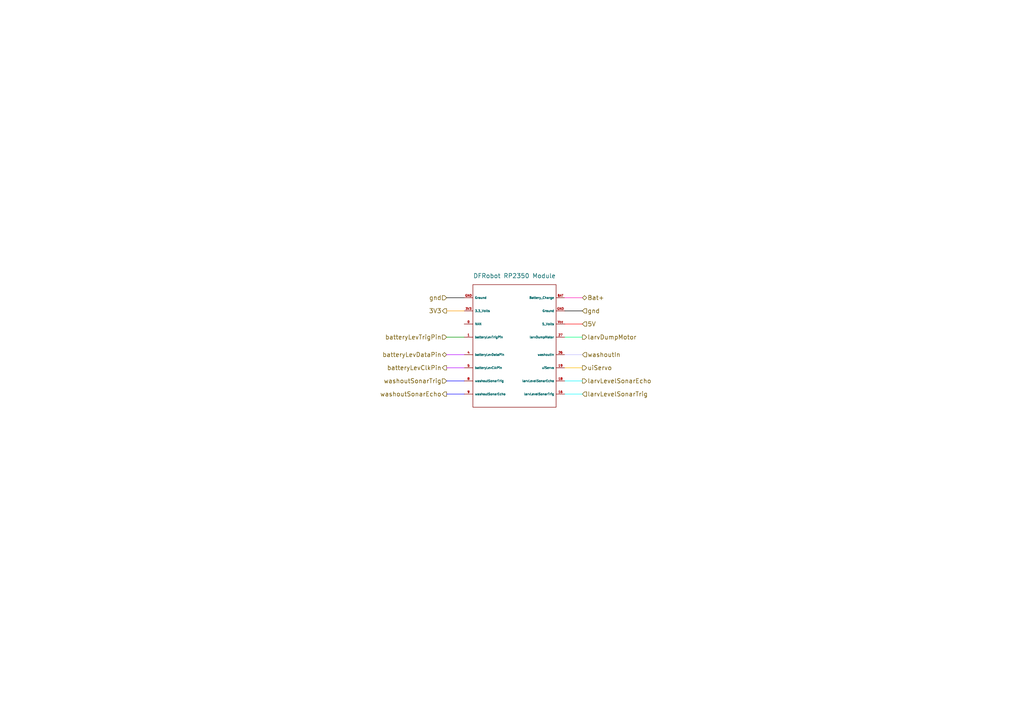
<source format=kicad_sch>
(kicad_sch (version 20250114) (generator "eeschema") (generator_version "9.0")
  (paper "A4")
  (lib_symbols
    (symbol "custom_symbols:rp2350_beetle_module"
      (property "Value" "DFRobot RP2350 Module" (at 12.192 1.524 0))
      (symbol "rp2350_beetle_module_0_1"
        (rectangle (start 0 0) (end 24.13 -35.56))
      )
      (symbol "rp2350_beetle_module_1_1"
        (pin passive line (at -2.54 -3.81 0) (length 2.54) (name "Ground") (number "GND"))
        (pin output line (at -2.54 -7.62 0) (length 2.54) (name "3.3_Volts") (number "3V3"))
        (pin free line (at -2.54 -11.43 0) (length 2.54) (name "NAN") (number "0"))
        (pin input line (at -2.54 -15.24 0) (length 2.54) (name "batteryLevTrigPin") (number "1"))
        (pin bidirectional line (at -2.54 -20.32 0) (length 2.54) (name "batteryLevDataPin") (number "4"))
        (pin passive line (at -2.54 -24.13 0) (length 2.54) (name "batteryLevClkPin") (number "5"))
        (pin output line (at -2.54 -27.94 0) (length 2.54) (name "washoutSonarTrig") (number "8"))
        (pin input line (at -2.54 -31.75 0) (length 2.54) (name "washoutSonarEcho") (number "9"))
        (pin bidirectional line (at 26.67 -3.81 180) (length 2.54) (name "Battery_Charge") (number "BAT"))
        (pin passive line (at 26.67 -7.62 180) (length 2.54) (name "Ground") (number "GND"))
        (pin output line (at 26.67 -11.43 180) (length 2.54) (name "5_Volts") (number "Vcc"))
        (pin output line (at 26.67 -15.24 180) (length 2.54) (name "larvDumpMotor") (number "27"))
        (pin input line (at 26.67 -20.32 180) (length 2.54) (name "washoutIn") (number "26"))
        (pin output line (at 26.67 -24.13 180) (length 2.54) (name "uiServo") (number "19"))
        (pin input line (at 26.67 -27.94 180) (length 2.54) (name "larvLevelSonarEcho") (number "18"))
        (pin output line (at 26.67 -31.75 180) (length 2.54) (name "larvLevelSonarTrig") (number "16"))
      )
    )
  )
  (wire (pts (xy 163.83 90.17) (xy 168.91 90.17)) (stroke (width 0) (color 0 0 0 1)))
  (wire (pts (xy 129.54 102.87) (xy 134.62 102.87)) (stroke (width 0) (color 183 13 255 1)))
  (wire (pts (xy 129.54 106.68) (xy 134.62 106.68)) (stroke (width 0) (color 183 13 255 1)))
  (wire (pts (xy 129.54 114.3) (xy 134.62 114.3)) (stroke (width 0) (color 7 4 255 1)))
  (wire (pts (xy 163.83 93.98) (xy 168.91 93.98)) (stroke (width 0) (color 255 7 11 1)))
  (wire (pts (xy 163.83 106.68) (xy 168.91 106.68)) (stroke (width 0) (color 255 190 4 1)))
  (wire (pts (xy 129.54 90.17) (xy 134.62 90.17)) (stroke (width 0) (color 255 159 7 1)))
  (wire (pts (xy 163.83 102.87) (xy 168.91 102.87)) (stroke (width 0) (color 194 189 255 1)))
  (wire (pts (xy 129.54 110.49) (xy 134.62 110.49)) (stroke (width 0) (color 7 4 255 1)))
  (wire (pts (xy 129.54 86.36) (xy 134.62 86.36)) (stroke (width 0) (color 0 0 0 1)))
  (wire (pts (xy 163.83 86.36) (xy 168.91 86.36)) (stroke (width 0) (color 255 22 184 1)))
  (wire (pts (xy 163.83 110.49) (xy 168.91 110.49)) (stroke (width 0) (color 10 250 255 1)))
  (wire (pts (xy 129.54 97.79) (xy 134.62 97.79)))
  (wire (pts (xy 163.83 97.79) (xy 168.91 97.79)) (stroke (width 0) (color 0 255 124 1)))
  (wire (pts (xy 163.83 114.3) (xy 168.91 114.3)) (stroke (width 0) (color 10 250 255 1)))
  (hierarchical_label "washoutIn" (shape input) (at 168.91 102.87 0))
  (hierarchical_label "washoutSonarTrig" (shape input) (at 129.54 110.49 180))
  (hierarchical_label "larvDumpMotor" (shape output) (at 168.91 97.79 0))
  (hierarchical_label "batteryLevClkPin" (shape output) (at 129.54 106.68 180))
  (hierarchical_label "Bat+" (shape bidirectional) (at 168.91 86.36 0))
  (hierarchical_label "gnd" (shape input) (at 168.91 90.17 0))
  (hierarchical_label "gnd" (shape input) (at 129.54 86.36 180))
  (hierarchical_label "larvLevelSonarTrig" (shape input) (at 168.91 114.3 0))
  (hierarchical_label "washoutSonarEcho" (shape output) (at 129.54 114.3 180))
  (hierarchical_label "3V3" (shape output) (at 129.54 90.17 180))
  (hierarchical_label "batteryLevTrigPin" (shape input) (at 129.54 97.79 180))
  (hierarchical_label "uiServo" (shape output) (at 168.91 106.68 0))
  (hierarchical_label "larvLevelSonarEcho" (shape output) (at 168.91 110.49 0))
  (hierarchical_label "5V" (shape input) (at 168.91 93.98 0))
  (hierarchical_label "batteryLevDataPin" (shape bidirectional) (at 129.54 102.87 180))
  (symbol (lib_id "custom_symbols:rp2350_beetle_module") (at 137.16 82.55 0) (unit 1)
    (property "Reference" ".1" (effects (hide yes)))
    (property "Value" "DFRobot RP2350 Module" (at 149.225 80.01 0))
    (property "Footprint" "rp2350_footprint:DFR1188-DIP" (effects (hide yes)))
  )
)
</source>
